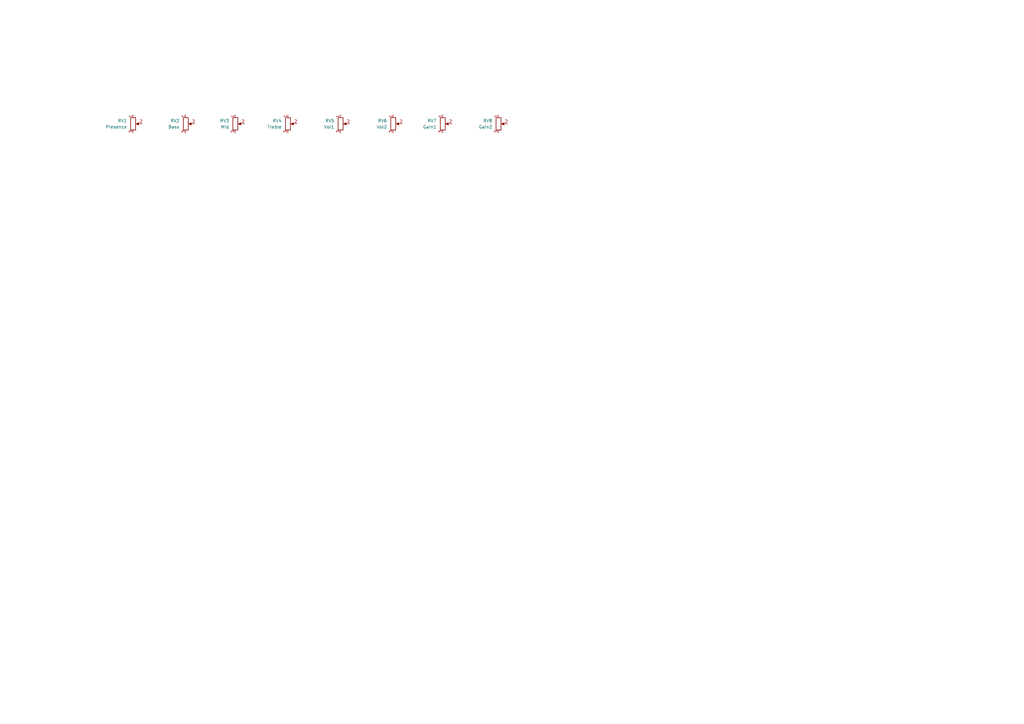
<source format=kicad_sch>
(kicad_sch
	(version 20250114)
	(generator "eeschema")
	(generator_version "9.0")
	(uuid "f16fe4fe-e0aa-4cad-b5bd-e663c21ca2d4")
	(paper "A3")
	(lib_symbols
		(symbol "Device:R_Potentiometer"
			(pin_names
				(offset 1.016)
				(hide yes)
			)
			(exclude_from_sim no)
			(in_bom yes)
			(on_board yes)
			(property "Reference" "RV"
				(at -4.445 0 90)
				(effects
					(font
						(size 1.27 1.27)
					)
				)
			)
			(property "Value" "R_Potentiometer"
				(at -2.54 0 90)
				(effects
					(font
						(size 1.27 1.27)
					)
				)
			)
			(property "Footprint" ""
				(at 0 0 0)
				(effects
					(font
						(size 1.27 1.27)
					)
					(hide yes)
				)
			)
			(property "Datasheet" "~"
				(at 0 0 0)
				(effects
					(font
						(size 1.27 1.27)
					)
					(hide yes)
				)
			)
			(property "Description" "Potentiometer"
				(at 0 0 0)
				(effects
					(font
						(size 1.27 1.27)
					)
					(hide yes)
				)
			)
			(property "ki_keywords" "resistor variable"
				(at 0 0 0)
				(effects
					(font
						(size 1.27 1.27)
					)
					(hide yes)
				)
			)
			(property "ki_fp_filters" "Potentiometer*"
				(at 0 0 0)
				(effects
					(font
						(size 1.27 1.27)
					)
					(hide yes)
				)
			)
			(symbol "R_Potentiometer_0_1"
				(rectangle
					(start 1.016 2.54)
					(end -1.016 -2.54)
					(stroke
						(width 0.254)
						(type default)
					)
					(fill
						(type none)
					)
				)
				(polyline
					(pts
						(xy 1.143 0) (xy 2.286 0.508) (xy 2.286 -0.508) (xy 1.143 0)
					)
					(stroke
						(width 0)
						(type default)
					)
					(fill
						(type outline)
					)
				)
				(polyline
					(pts
						(xy 2.54 0) (xy 1.524 0)
					)
					(stroke
						(width 0)
						(type default)
					)
					(fill
						(type none)
					)
				)
			)
			(symbol "R_Potentiometer_1_1"
				(pin passive line
					(at 0 3.81 270)
					(length 1.27)
					(name "1"
						(effects
							(font
								(size 1.27 1.27)
							)
						)
					)
					(number "1"
						(effects
							(font
								(size 1.27 1.27)
							)
						)
					)
				)
				(pin passive line
					(at 0 -3.81 90)
					(length 1.27)
					(name "3"
						(effects
							(font
								(size 1.27 1.27)
							)
						)
					)
					(number "3"
						(effects
							(font
								(size 1.27 1.27)
							)
						)
					)
				)
				(pin passive line
					(at 3.81 0 180)
					(length 1.27)
					(name "2"
						(effects
							(font
								(size 1.27 1.27)
							)
						)
					)
					(number "2"
						(effects
							(font
								(size 1.27 1.27)
							)
						)
					)
				)
			)
			(embedded_fonts no)
		)
	)
	(symbol
		(lib_id "Device:R_Potentiometer")
		(at 54.61 50.8 0)
		(unit 1)
		(exclude_from_sim no)
		(in_bom yes)
		(on_board yes)
		(dnp no)
		(fields_autoplaced yes)
		(uuid "41cdff24-79cb-4a23-aa1d-0c625f9a6dc2")
		(property "Reference" "RV1"
			(at 52.07 49.5299 0)
			(effects
				(font
					(size 1.27 1.27)
				)
				(justify right)
			)
		)
		(property "Value" "Presence"
			(at 52.07 52.0699 0)
			(effects
				(font
					(size 1.27 1.27)
				)
				(justify right)
			)
		)
		(property "Footprint" "wb50_footprints:WB50_Pot_Omeg_PC20BU_P5.00mm"
			(at 54.61 50.8 0)
			(effects
				(font
					(size 1.27 1.27)
				)
				(hide yes)
			)
		)
		(property "Datasheet" "~"
			(at 54.61 50.8 0)
			(effects
				(font
					(size 1.27 1.27)
				)
				(hide yes)
			)
		)
		(property "Description" "Potentiometer"
			(at 54.61 50.8 0)
			(effects
				(font
					(size 1.27 1.27)
				)
				(hide yes)
			)
		)
		(pin "1"
			(uuid "99a9c91e-d5ff-4c59-b305-082abca0ac59")
		)
		(pin "3"
			(uuid "652d8887-1bb6-44b5-a676-cdcb3d238b44")
		)
		(pin "2"
			(uuid "705ae09e-ac9b-4616-96ec-aed4546aa53b")
		)
		(instances
			(project ""
				(path "/6805e3ef-87bd-473d-890f-05ae2da73c1a/fb2444d2-b86f-4030-b036-b8cf56e0db72"
					(reference "RV1")
					(unit 1)
				)
			)
			(project ""
				(path "/f16fe4fe-e0aa-4cad-b5bd-e663c21ca2d4"
					(reference "RV1")
					(unit 1)
				)
			)
		)
	)
	(symbol
		(lib_id "Device:R_Potentiometer")
		(at 76.2 50.8 0)
		(unit 1)
		(exclude_from_sim no)
		(in_bom yes)
		(on_board yes)
		(dnp no)
		(fields_autoplaced yes)
		(uuid "45d54345-fa50-4b7f-b3ae-801e60614638")
		(property "Reference" "RV2"
			(at 73.66 49.5299 0)
			(effects
				(font
					(size 1.27 1.27)
				)
				(justify right)
			)
		)
		(property "Value" "Bass"
			(at 73.66 52.0699 0)
			(effects
				(font
					(size 1.27 1.27)
				)
				(justify right)
			)
		)
		(property "Footprint" "wb50_footprints:WB50_Pot_Omeg_PC20BU_P5.00mm"
			(at 76.2 50.8 0)
			(effects
				(font
					(size 1.27 1.27)
				)
				(hide yes)
			)
		)
		(property "Datasheet" "~"
			(at 76.2 50.8 0)
			(effects
				(font
					(size 1.27 1.27)
				)
				(hide yes)
			)
		)
		(property "Description" "Potentiometer"
			(at 76.2 50.8 0)
			(effects
				(font
					(size 1.27 1.27)
				)
				(hide yes)
			)
		)
		(pin "1"
			(uuid "e4b5cbe9-8f38-4f89-861a-78a9115ab6b3")
		)
		(pin "3"
			(uuid "0d757e95-df14-4d77-a0b3-d55136a56dd7")
		)
		(pin "2"
			(uuid "ee79cd3f-9279-435b-b0af-fe2061f530ee")
		)
		(instances
			(project "wb50"
				(path "/6805e3ef-87bd-473d-890f-05ae2da73c1a/fb2444d2-b86f-4030-b036-b8cf56e0db72"
					(reference "RV2")
					(unit 1)
				)
			)
		)
	)
	(symbol
		(lib_id "Device:R_Potentiometer")
		(at 96.52 50.8 0)
		(unit 1)
		(exclude_from_sim no)
		(in_bom yes)
		(on_board yes)
		(dnp no)
		(fields_autoplaced yes)
		(uuid "51970dc5-c25f-4dd5-b116-f9efe509f185")
		(property "Reference" "RV3"
			(at 93.98 49.5299 0)
			(effects
				(font
					(size 1.27 1.27)
				)
				(justify right)
			)
		)
		(property "Value" "Mid"
			(at 93.98 52.0699 0)
			(effects
				(font
					(size 1.27 1.27)
				)
				(justify right)
			)
		)
		(property "Footprint" "wb50_footprints:WB50_Pot_Omeg_PC20BU_P5.00mm"
			(at 96.52 50.8 0)
			(effects
				(font
					(size 1.27 1.27)
				)
				(hide yes)
			)
		)
		(property "Datasheet" "~"
			(at 96.52 50.8 0)
			(effects
				(font
					(size 1.27 1.27)
				)
				(hide yes)
			)
		)
		(property "Description" "Potentiometer"
			(at 96.52 50.8 0)
			(effects
				(font
					(size 1.27 1.27)
				)
				(hide yes)
			)
		)
		(pin "1"
			(uuid "a968438d-56f9-492d-a357-88ec4fc4d622")
		)
		(pin "3"
			(uuid "06878ba0-c223-4e77-b4e4-cf1eaac8acd5")
		)
		(pin "2"
			(uuid "534b26bb-7ac1-4543-8e9f-370c627cddb6")
		)
		(instances
			(project "wb50"
				(path "/6805e3ef-87bd-473d-890f-05ae2da73c1a/fb2444d2-b86f-4030-b036-b8cf56e0db72"
					(reference "RV3")
					(unit 1)
				)
			)
		)
	)
	(symbol
		(lib_id "Device:R_Potentiometer")
		(at 181.61 50.8 0)
		(unit 1)
		(exclude_from_sim no)
		(in_bom yes)
		(on_board yes)
		(dnp no)
		(fields_autoplaced yes)
		(uuid "5a826a82-df49-4939-ad74-397cd99c83a7")
		(property "Reference" "RV7"
			(at 179.07 49.5299 0)
			(effects
				(font
					(size 1.27 1.27)
				)
				(justify right)
			)
		)
		(property "Value" "Gain1"
			(at 179.07 52.0699 0)
			(effects
				(font
					(size 1.27 1.27)
				)
				(justify right)
			)
		)
		(property "Footprint" "wb50_footprints:WB50_Pot_Omeg_PC20BU_P5.00mm"
			(at 181.61 50.8 0)
			(effects
				(font
					(size 1.27 1.27)
				)
				(hide yes)
			)
		)
		(property "Datasheet" "~"
			(at 181.61 50.8 0)
			(effects
				(font
					(size 1.27 1.27)
				)
				(hide yes)
			)
		)
		(property "Description" "Potentiometer"
			(at 181.61 50.8 0)
			(effects
				(font
					(size 1.27 1.27)
				)
				(hide yes)
			)
		)
		(pin "1"
			(uuid "3effbbbb-065c-4643-9342-64c20105a91d")
		)
		(pin "3"
			(uuid "1c9bf31c-91f0-4023-a89d-945c3c7d751b")
		)
		(pin "2"
			(uuid "f4e40b04-8f2f-4e64-8bfe-592cf4b35912")
		)
		(instances
			(project "wb50"
				(path "/6805e3ef-87bd-473d-890f-05ae2da73c1a/fb2444d2-b86f-4030-b036-b8cf56e0db72"
					(reference "RV7")
					(unit 1)
				)
			)
		)
	)
	(symbol
		(lib_id "Device:R_Potentiometer")
		(at 161.29 50.8 0)
		(unit 1)
		(exclude_from_sim no)
		(in_bom yes)
		(on_board yes)
		(dnp no)
		(fields_autoplaced yes)
		(uuid "7ac411b5-1f44-4006-9bad-a7f5fd692b0c")
		(property "Reference" "RV6"
			(at 158.75 49.5299 0)
			(effects
				(font
					(size 1.27 1.27)
				)
				(justify right)
			)
		)
		(property "Value" "Vol2"
			(at 158.75 52.0699 0)
			(effects
				(font
					(size 1.27 1.27)
				)
				(justify right)
			)
		)
		(property "Footprint" "wb50_footprints:WB50_Pot_Omeg_PC20BU_P5.00mm"
			(at 161.29 50.8 0)
			(effects
				(font
					(size 1.27 1.27)
				)
				(hide yes)
			)
		)
		(property "Datasheet" "~"
			(at 161.29 50.8 0)
			(effects
				(font
					(size 1.27 1.27)
				)
				(hide yes)
			)
		)
		(property "Description" "Potentiometer"
			(at 161.29 50.8 0)
			(effects
				(font
					(size 1.27 1.27)
				)
				(hide yes)
			)
		)
		(pin "1"
			(uuid "bdbcf6a8-d184-4e9f-aa54-296fd6fe467f")
		)
		(pin "3"
			(uuid "fc6b2eb6-3683-434a-a55d-9d95a334e8a4")
		)
		(pin "2"
			(uuid "3e5f58d6-6889-41bd-a410-2da796ffce06")
		)
		(instances
			(project "wb50"
				(path "/6805e3ef-87bd-473d-890f-05ae2da73c1a/fb2444d2-b86f-4030-b036-b8cf56e0db72"
					(reference "RV6")
					(unit 1)
				)
			)
		)
	)
	(symbol
		(lib_id "Device:R_Potentiometer")
		(at 204.47 50.8 0)
		(unit 1)
		(exclude_from_sim no)
		(in_bom yes)
		(on_board yes)
		(dnp no)
		(fields_autoplaced yes)
		(uuid "94779b8a-2e60-4f24-a422-b4f3823db369")
		(property "Reference" "RV8"
			(at 201.93 49.5299 0)
			(effects
				(font
					(size 1.27 1.27)
				)
				(justify right)
			)
		)
		(property "Value" "Gain2"
			(at 201.93 52.0699 0)
			(effects
				(font
					(size 1.27 1.27)
				)
				(justify right)
			)
		)
		(property "Footprint" "wb50_footprints:WB50_Pot_Omeg_PC20BU_P5.00mm"
			(at 204.47 50.8 0)
			(effects
				(font
					(size 1.27 1.27)
				)
				(hide yes)
			)
		)
		(property "Datasheet" "~"
			(at 204.47 50.8 0)
			(effects
				(font
					(size 1.27 1.27)
				)
				(hide yes)
			)
		)
		(property "Description" "Potentiometer"
			(at 204.47 50.8 0)
			(effects
				(font
					(size 1.27 1.27)
				)
				(hide yes)
			)
		)
		(pin "1"
			(uuid "d914f7a1-4ce9-44b1-ad24-3500195d7ddf")
		)
		(pin "3"
			(uuid "14dabaef-92f1-4f23-8fd3-e4bc177db545")
		)
		(pin "2"
			(uuid "f3d085c0-960b-407d-bcd3-4e6420d6d501")
		)
		(instances
			(project "wb50"
				(path "/6805e3ef-87bd-473d-890f-05ae2da73c1a/fb2444d2-b86f-4030-b036-b8cf56e0db72"
					(reference "RV8")
					(unit 1)
				)
			)
		)
	)
	(symbol
		(lib_id "Device:R_Potentiometer")
		(at 118.11 50.8 0)
		(unit 1)
		(exclude_from_sim no)
		(in_bom yes)
		(on_board yes)
		(dnp no)
		(fields_autoplaced yes)
		(uuid "c9121170-4733-41ce-9221-007232794e47")
		(property "Reference" "RV4"
			(at 115.57 49.5299 0)
			(effects
				(font
					(size 1.27 1.27)
				)
				(justify right)
			)
		)
		(property "Value" "Treble"
			(at 115.57 52.0699 0)
			(effects
				(font
					(size 1.27 1.27)
				)
				(justify right)
			)
		)
		(property "Footprint" "wb50_footprints:WB50_Pot_Omeg_PC20BU_P5.00mm"
			(at 118.11 50.8 0)
			(effects
				(font
					(size 1.27 1.27)
				)
				(hide yes)
			)
		)
		(property "Datasheet" "~"
			(at 118.11 50.8 0)
			(effects
				(font
					(size 1.27 1.27)
				)
				(hide yes)
			)
		)
		(property "Description" "Potentiometer"
			(at 118.11 50.8 0)
			(effects
				(font
					(size 1.27 1.27)
				)
				(hide yes)
			)
		)
		(pin "1"
			(uuid "c9d507d6-87e1-4a73-aacb-8e989325097a")
		)
		(pin "3"
			(uuid "7cbafb31-42e4-4ec2-a9fb-1e327f2d6617")
		)
		(pin "2"
			(uuid "5a067903-5010-45a1-a819-5a35ebdf49ec")
		)
		(instances
			(project "wb50"
				(path "/6805e3ef-87bd-473d-890f-05ae2da73c1a/fb2444d2-b86f-4030-b036-b8cf56e0db72"
					(reference "RV4")
					(unit 1)
				)
			)
		)
	)
	(symbol
		(lib_id "Device:R_Potentiometer")
		(at 139.7 50.8 0)
		(unit 1)
		(exclude_from_sim no)
		(in_bom yes)
		(on_board yes)
		(dnp no)
		(fields_autoplaced yes)
		(uuid "e762f3f1-a6fd-4f58-a0d0-3bf2bcdd459f")
		(property "Reference" "RV5"
			(at 137.16 49.5299 0)
			(effects
				(font
					(size 1.27 1.27)
				)
				(justify right)
			)
		)
		(property "Value" "Vol1"
			(at 137.16 52.0699 0)
			(effects
				(font
					(size 1.27 1.27)
				)
				(justify right)
			)
		)
		(property "Footprint" "wb50_footprints:WB50_Pot_Omeg_PC20BU_P5.00mm"
			(at 139.7 50.8 0)
			(effects
				(font
					(size 1.27 1.27)
				)
				(hide yes)
			)
		)
		(property "Datasheet" "~"
			(at 139.7 50.8 0)
			(effects
				(font
					(size 1.27 1.27)
				)
				(hide yes)
			)
		)
		(property "Description" "Potentiometer"
			(at 139.7 50.8 0)
			(effects
				(font
					(size 1.27 1.27)
				)
				(hide yes)
			)
		)
		(pin "1"
			(uuid "5460de86-5956-45d9-b15a-8d2fc7bbdf1b")
		)
		(pin "3"
			(uuid "b0195ba2-9d13-49d7-8c2f-a872e8481294")
		)
		(pin "2"
			(uuid "3885c357-c1b3-4275-9b34-2d3b6c453700")
		)
		(instances
			(project "wb50"
				(path "/6805e3ef-87bd-473d-890f-05ae2da73c1a/fb2444d2-b86f-4030-b036-b8cf56e0db72"
					(reference "RV5")
					(unit 1)
				)
			)
		)
	)
)

</source>
